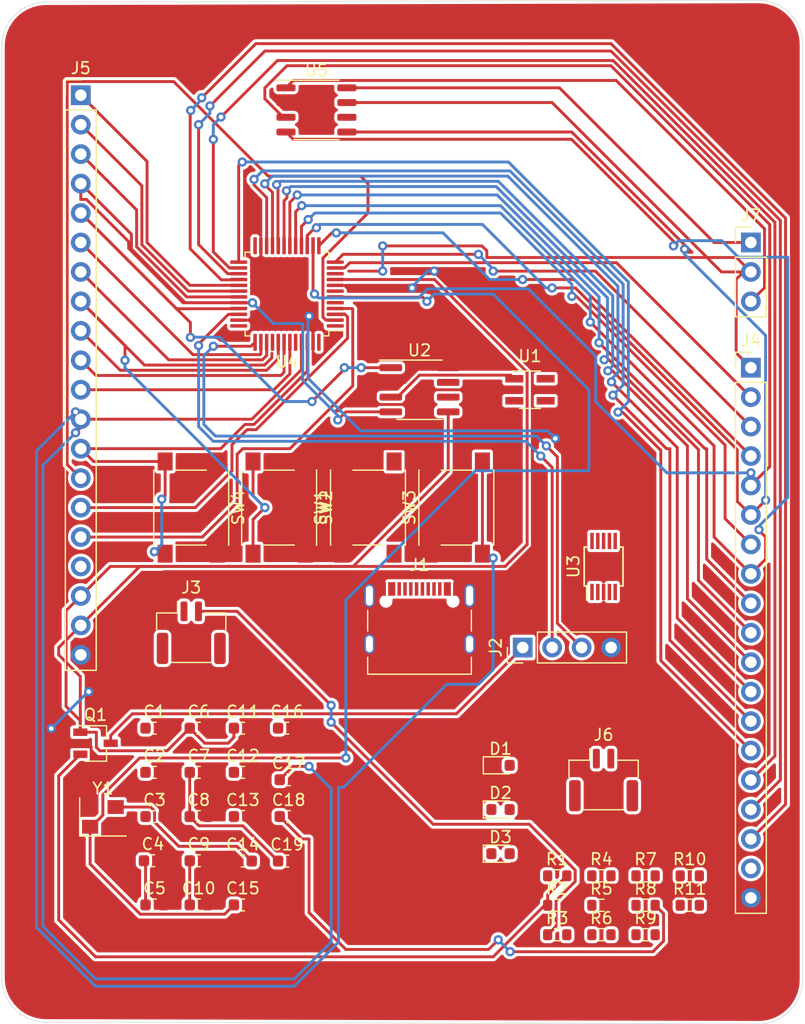
<source format=kicad_pcb>
(kicad_pcb (version 20211014) (generator pcbnew)
  (layers (0 "F.Cu" signal) (31 "B.Cu" signal) (34 "B.Paste" user) (35 "F.Paste" user) (36 "B.SilkS" user "B.Silkscreen") (37 "F.SilkS" user "F.Silkscreen") (38 "B.Mask" user) (39 "F.Mask" user) (44 "Edge.Cuts" user))
  (net 0 "")
  (net 1 "VBUS")
  (net 2 "GND")
  (net 3 "+3V3")
  (net 4 "/STM32_MinimumSystem/NRST")
  (net 5 "/STM32_MinimumSystem/OSC_IN")
  (net 6 "/STM32_MinimumSystem/OSC_OUT")
  (net 7 "/STM32_MinimumSystem/PB4")
  (net 8 "/STM32_MinimumSystem/PB8")
  (net 9 "/STM32_MinimumSystem/PB9")
  (net 10 "Net-(D1-Pad2)")
  (net 11 "/STM32_MinimumSystem/PA15")
  (net 12 "Net-(D2-Pad2)")
  (net 13 "/STM32_MinimumSystem/PB3")
  (net 14 "Net-(D3-Pad2)")
  (net 16 "/Port&Power/D+")
  (net 17 "/Port&Power/D-")
  (net 21 "/Port&Power/3V3_Debug")
  (net 22 "/STM32_MinimumSystem/PA13")
  (net 23 "/STM32_MinimumSystem/PA14")
  (net 24 "Net-(J3-Pad1)")
  (net 25 "Net-(J3-Pad2)")
  (net 26 "/STM32_MinimumSystem/PA0")
  (net 27 "/STM32_MinimumSystem/PA1")
  (net 28 "/STM32_MinimumSystem/PA2")
  (net 29 "/STM32_MinimumSystem/PA3")
  (net 30 "/STM32_MinimumSystem/PA4")
  (net 31 "/STM32_MinimumSystem/PA5")
  (net 32 "/STM32_MinimumSystem/PA6")
  (net 33 "/STM32_MinimumSystem/PA7")
  (net 34 "/STM32_MinimumSystem/PB0")
  (net 35 "/STM32_MinimumSystem/PB1")
  (net 36 "/STM32_MinimumSystem/PB2")
  (net 37 "/STM32_MinimumSystem/PB10")
  (net 38 "/STM32_MinimumSystem/PB11")
  (net 39 "/STM32_MinimumSystem/PB12")
  (net 40 "/STM32_MinimumSystem/PB13")
  (net 41 "/STM32_MinimumSystem/PB14")
  (net 42 "/STM32_MinimumSystem/PB15")
  (net 43 "/STM32_MinimumSystem/PA8")
  (net 44 "/STM32_MinimumSystem/PA9")
  (net 45 "/STM32_MinimumSystem/PA10")
  (net 46 "/STM32_MinimumSystem/PA11")
  (net 47 "/STM32_MinimumSystem/PA12")
  (net 48 "/STM32_MinimumSystem/PB5")
  (net 49 "/STM32_MinimumSystem/PB6")
  (net 50 "/STM32_MinimumSystem/PB7")
  (net 51 "/STM32_MinimumSystem/PC13")
  (net 52 "/STM32_MinimumSystem/PC14")
  (net 53 "/STM32_MinimumSystem/PC15")
  (net 54 "/STM32_MinimumSystem/BOOT0")
  (net 55 "/STM32_MinimumSystem/BOOTO")
  (net 56 "Net-(J7-Pad1)")
  (net 57 "Net-(J7-Pad3)")
  (net 58 "Net-(Q1-Pad2)")
  (footprint "Resistor_SMD:R_0603_1608Metric" (layer "F.Cu") (at 116.631269 114.863731)
    (fp_text reference "R5")
    (fp_text value "10k")
  )
  (footprint "Capacitor_SMD:C_0603_1608Metric" (layer "F.Cu") (at 77.956269 111.023731)
    (fp_text reference "C4")
    (fp_text value "100n")
  )
  (footprint "Button_Switch_SMD:SW_Push_1P1T_NO_6x6mm_H9.5mm" (layer "F.Cu") (at 81.261269 80.573731 -90)
    (fp_text reference "SW4")
    (fp_text value "SW_Push")
  )
  (footprint "Resistor_SMD:R_0603_1608Metric" (layer "F.Cu") (at 112.821269 112.323731)
    (fp_text reference "R1")
    (fp_text value "1k")
  )
  (footprint "Connector_PinHeader_2.54mm:PinHeader_1x19_P2.54mm_Vertical" (layer "F.Cu") (at 129.521269 68.508731)
    (fp_text reference "J4")
    (fp_text value "Conn_01x19")
  )
  (footprint "Resistor_SMD:R_0603_1608Metric" (layer "F.Cu") (at 116.631269 112.323731)
    (fp_text reference "R4")
    (fp_text value "10k")
  )
  (footprint "Resistor_SMD:R_0603_1608Metric" (layer "F.Cu") (at 124.251269 114.863731)
    (fp_text reference "R11")
    (fp_text value "1k")
  )
  (footprint "Capacitor_SMD:C_0603_1608Metric" (layer "F.Cu") (at 89.526269 111.053731)
    (fp_text reference "C19")
    (fp_text value "100n")
  )
  (footprint "Connector_PinHeader_2.54mm:PinHeader_1x04_P2.54mm_Vertical" (layer "F.Cu") (at 109.846269 92.638731 90)
    (fp_text reference "J2")
    (fp_text value "Conn_01x04")
  )
  (footprint "LED_SMD:LED_0603_1608Metric" (layer "F.Cu") (at 107.931269 102.798731)
    (fp_text reference "D1")
    (fp_text value "RED")
  )
  (footprint "Capacitor_SMD:C_0603_1608Metric" (layer "F.Cu") (at 89.526269 99.593731)
    (fp_text reference "C16")
    (fp_text value "100n")
  )
  (footprint "Capacitor_SMD:C_0603_1608Metric" (layer "F.Cu") (at 78.096269 107.213731)
    (fp_text reference "C3")
    (fp_text value "10u")
  )
  (footprint "Package_SO:SOP-8_3.9x4.9mm_P1.27mm" (layer "F.Cu") (at 92.056269 46.283731)
    (fp_text reference "U5")
    (fp_text value "AD8400ARZ50")
  )
  (footprint "Resistor_SMD:R_0603_1608Metric" (layer "F.Cu") (at 120.441269 117.403731)
    (fp_text reference "R9")
    (fp_text value "1k")
  )
  (footprint "LED_SMD:LED_0603_1608Metric" (layer "F.Cu") (at 107.931269 106.608731)
    (fp_text reference "D2")
    (fp_text value "GREEN")
  )
  (footprint "Capacitor_SMD:C_0603_1608Metric" (layer "F.Cu") (at 89.666269 104.038731)
    (fp_text reference "C17")
    (fp_text value "100n")
  )
  (footprint "Capacitor_SMD:C_0603_1608Metric" (layer "F.Cu") (at 78.096269 99.593731)
    (fp_text reference "C1")
    (fp_text value "10u")
  )
  (footprint "Capacitor_SMD:C_0603_1608Metric" (layer "F.Cu") (at 81.906269 99.593731)
    (fp_text reference "C6")
    (fp_text value "100n")
  )
  (footprint "Capacitor_SMD:C_0603_1608Metric" (layer "F.Cu") (at 85.716269 114.833731)
    (fp_text reference "C15")
    (fp_text value "18p")
  )
  (footprint "Package_TO_SOT_SMD:SOT-23-5_HandSoldering" (layer "F.Cu") (at 110.471269 70.413731)
    (fp_text reference "U1")
    (fp_text value "HX9193")
  )
  (footprint "Resistor_SMD:R_0603_1608Metric" (layer "F.Cu") (at 120.441269 114.863731)
    (fp_text reference "R8")
    (fp_text value "1k")
  )
  (footprint "Capacitor_SMD:C_0603_1608Metric" (layer "F.Cu") (at 89.666269 107.213731)
    (fp_text reference "C18")
    (fp_text value "100n")
  )
  (footprint "Capacitor_SMD:C_0603_1608Metric" (layer "F.Cu") (at 81.906269 107.213731)
    (fp_text reference "C8")
    (fp_text value "100n")
  )
  (footprint "Package_TO_SOT_SMD:TSOT-23" (layer "F.Cu") (at 73.006269 100.893731)
    (fp_text reference "Q1")
    (fp_text value "Q_PMOS_DGS")
  )
  (footprint "Capacitor_SMD:C_0603_1608Metric" (layer "F.Cu") (at 78.096269 103.403731)
    (fp_text reference "C2")
    (fp_text value "100n")
  )
  (footprint "LED_SMD:LED_0603_1608Metric" (layer "F.Cu") (at 107.931269 110.418731)
    (fp_text reference "D3")
    (fp_text value "BLUE")
  )
  (footprint "Connector_JST:JST_GH_SM02B-GHS-TB_1x02-1MP_P1.25mm_Horizontal" (layer "F.Cu") (at 116.821269 104.068731)
    (fp_text reference "J6")
    (fp_text value "Conn_01x02")
  )
  (footprint "Capacitor_SMD:C_0603_1608Metric" (layer "F.Cu") (at 78.096269 114.833731)
    (fp_text reference "C5")
    (fp_text value "100n")
  )
  (footprint "Capacitor_SMD:C_0603_1608Metric" (layer "F.Cu") (at 85.716269 107.213731)
    (fp_text reference "C13")
    (fp_text value "100n")
  )
  (footprint "Capacitor_SMD:C_0603_1608Metric" (layer "F.Cu") (at 85.716269 99.593731)
    (fp_text reference "C11")
    (fp_text value "100n")
  )
  (footprint "Resistor_SMD:R_0603_1608Metric" (layer "F.Cu") (at 124.251269 112.323731)
    (fp_text reference "R10")
    (fp_text value "1k")
  )
  (footprint "Package_QFP:LQFP-48_7x7mm_P0.5mm" (layer "F.Cu") (at 89.516269 62.158731 180)
    (fp_text reference "U4")
    (fp_text value "STM32F103C8Tx")
  )
  (footprint "Capacitor_SMD:C_0603_1608Metric" (layer "F.Cu") (at 85.716269 103.403731)
    (fp_text reference "C12")
    (fp_text value "100n")
  )
  (footprint "Connector_USB:USB_C_Receptacle_Palconn_UTC16-G" (layer "F.Cu") (at 100.946269 90.098731)
    (fp_text reference "J1")
    (fp_text value "USB_C_Receptacle_USB2.0")
  )
  (footprint "Package_SO:SOIC-8_3.9x4.9mm_P1.27mm" (layer "F.Cu") (at 100.946269 70.413731)
    (fp_text reference "U2")
    (fp_text value "TJA1051T-3")
  )
  (footprint "Crystal:Crystal_SMD_3225-4Pin_3.2x2.5mm" (layer "F.Cu") (at 73.641269 107.243731)
    (fp_text reference "Y1")
    (fp_text value "12M")
  )
  (footprint "Button_Switch_SMD:SW_Push_1P1T_NO_6x6mm_H9.5mm" (layer "F.Cu") (at 96.501269 80.573731 90)
    (fp_text reference "SW1")
    (fp_text value "SW_Push")
  )
  (footprint "Package_SO:MSOP-10_3x3mm_P0.5mm" (layer "F.Cu") (at 116.821269 85.653731 90)
    (fp_text reference "U3")
    (fp_text value "CH340E")
  )
  (footprint "Resistor_SMD:R_0603_1608Metric" (layer "F.Cu") (at 112.821269 117.403731)
    (fp_text reference "R3")
    (fp_text value "120")
  )
  (footprint "Capacitor_SMD:C_0603_1608Metric" (layer "F.Cu") (at 81.906269 111.023731)
    (fp_text reference "C9")
    (fp_text value "100n")
  )
  (footprint "Connector_PinHeader_2.54mm:PinHeader_1x20_P2.54mm_Vertical" (layer "F.Cu") (at 71.736269 45.013731)
    (fp_text reference "J5")
    (fp_text value "Conn_01x20")
  )
  (footprint "Capacitor_SMD:C_0603_1608Metric" (layer "F.Cu") (at 85.706269 111.053731)
    (fp_text reference "C14")
    (fp_text value "18p")
  )
  (footprint "Button_Switch_SMD:SW_Push_1P1T_NO_6x6mm_H9.5mm" (layer "F.Cu") (at 104.121269 80.573731 90)
    (fp_text reference "SW3")
    (fp_text value "SW_Push")
  )
  (footprint "Capacitor_SMD:C_0603_1608Metric" (layer "F.Cu") (at 81.906269 103.403731)
    (fp_text reference "C7")
    (fp_text value "100n")
  )
  (footprint "Resistor_SMD:R_0603_1608Metric" (layer "F.Cu") (at 116.631269 117.403731)
    (fp_text reference "R6")
    (fp_text value "1k")
  )
  (footprint "Resistor_SMD:R_0603_1608Metric" (layer "F.Cu") (at 112.821269 114.863731)
    (fp_text reference "R2")
    (fp_text value "10k")
  )
  (footprint "Capacitor_SMD:C_0603_1608Metric" (layer "F.Cu") (at 81.906269 114.833731)
    (fp_text reference "C10")
    (fp_text value "100n")
  )
  (footprint "Button_Switch_SMD:SW_Push_1P1T_NO_6x6mm_H9.5mm" (layer "F.Cu") (at 88.841269 80.573731 -90)
    (fp_text reference "SW2")
    (fp_text value "SW_Push")
  )
  (footprint "Connector_PinHeader_2.54mm:PinHeader_1x03_P2.54mm_Vertical" (layer "F.Cu") (at 129.521269 57.713731)
    (fp_text reference "J7")
    (fp_text value "Conn_01x03")
  )
  (footprint "Connector_JST:JST_GH_SM02B-GHS-TB_1x02-1MP_P1.25mm_Horizontal" (layer "F.Cu") (at 81.261269 91.368731)
    (fp_text reference "J3")
    (fp_text value "Conn_01x02")
  )
  (footprint "Resistor_SMD:R_0603_1608Metric" (layer "F.Cu") (at 120.441269 112.323731)
    (fp_text reference "R7")
    (fp_text value "1k")
  )
  (gr_line (start 68.734077 36.984077) (end 130.175 36.83) (layer "Edge.Cuts") (width 0.05))
  (gr_arc (start 68.734077 124.940923) (mid 66.04 123.825) (end 64.924077 121.130923) (layer "Edge.Cuts") (width 0.05))
  (gr_arc (start 133.985 121.285) (mid 132.869077 123.979077) (end 130.175 125.095) (layer "Edge.Cuts") (width 0.05))
  (gr_line (start 130.175 125.095) (end 68.734077 124.940923) (layer "Edge.Cuts") (width 0.05))
  (gr_line (start 64.924077 40.794077) (end 64.924077 121.130923) (layer "Edge.Cuts") (width 0.05))
  (gr_arc (start 130.175 36.83) (mid 132.869077 37.945923) (end 133.985 40.64) (layer "Edge.Cuts") (width 0.05))
  (gr_line (start 133.985 40.64) (end 133.985 121.285) (layer "Edge.Cuts") (width 0.05))
  (gr_arc (start 64.924077 40.794077) (mid 66.04 38.1) (end 68.734077 36.984077) (layer "Edge.Cuts") (width 0.05))
  (segment (start 77.321269 114.833731) (end 77.321269 111.163731) (width 0.25) (layer "F.Cu") (net 1))
  (segment (start 109.121269 69.463731) (end 108.811269 69.153731) (width 0.25) (layer "F.Cu") (net 1))
  (segment (start 100.936269 69.153731) (end 99.041269 71.048731) (width 0.25) (layer "F.Cu") (net 1))
  (segment (start 108.811269 69.153731) (end 100.936269 69.153731) (width 0.25) (layer "F.Cu") (net 1))
  (segment (start 77.321269 111.163731) (end 77.181269 111.023731) (width 0.25) (layer "F.Cu") (net 1))
  (segment (start 72.631269 101.193731) (end 70.766269 101.193731) (width 0.25) (layer "F.Cu") (net 2))
  (segment (start 113.646269 114.863731) (end 115.386269 113.123731) (width 0.25) (layer "F.Cu") (net 2))
  (segment (start 69.831269 100.258731) (end 69.196269 99.623731) (width 0.25) (layer "F.Cu") (net 2))
  (segment (start 114.286967 91.363033) (end 113.286269 90.362335) (width 0.25) (layer "F.Cu") (net 2))
  (segment (start 97.136269 69.778731) (end 98.471269 69.778731) (width 0.25) (layer "F.Cu") (net 2))
  (segment (start 128.416269 113.123731) (end 129.521269 114.228731) (width 0.25) (layer "F.Cu") (net 2))
  (segment (start 122.772538 114.3) (end 121.92 114.3) (width 0.25) (layer "F.Cu") (net 2))
  (segment (start 110.676269 68.712335) (end 102.534467 60.570533) (width 0.25) (layer "F.Cu") (net 2))
  (segment (start 98.471269 69.778731) (end 99.674873 69.778731) (width 0.25) (layer "F.Cu") (net 2))
  (segment (start 102.216269 60.252335) (end 102.216269 60.184231) (width 0.25) (layer "F.Cu") (net 2))
  (segment (start 117.466269 92.638731) (end 116.190571 91.363033) (width 0.25) (layer "F.Cu") (net 2))
  (segment (start 91.091269 76.598731) (end 91.091269 84.548731) (width 0.25) (layer "F.Cu") (net 2))
  (segment (start 99.674873 69.778731) (end 100.944873 68.508731) (width 0.25) (layer "F.Cu") (net 2))
  (segment (start 100.311269 61.633231) (end 94.706454 61.633231) (width 0.25) (layer "F.Cu") (net 2))
  (segment (start 78.911269 86.098731) (end 108.514366 86.098731) (width 0.25) (layer "F.Cu") (net 2))
  (segment (start 125.73 114.3) (end 125.493731 114.063731) (width 0.25) (layer "F.Cu") (net 2))
  (segment (start 74.741269 108.093731) (end 75.801269 108.093731) (width 0.25) (layer "F.Cu") (net 2))
  (segment (start 109.121269 70.413731) (end 100.75302 70.413731) (width 0.25) (layer "F.Cu") (net 2))
  (segment (start 115.386269 113.123731) (end 128.416269 113.123731) (width 0.25) (layer "F.Cu") (net 2))
  (segment (start 72.420769 96.448731) (end 72.420769 93.958231) (width 0.25) (layer "F.Cu") (net 2))
  (segment (start 91.421269 64.063731) (end 91.766269 64.408731) (width 0.25) (layer "F.Cu") (net 2))
  (segment (start 91.766269 64.408731) (end 91.766269 66.321231) (width 0.25) (layer "F.Cu") (net 2))
  (segment (start 70.766269 101.193731) (end 69.831269 100.258731) (width 0.25) (layer "F.Cu") (net 2))
  (segment (start 75.801269 108.093731) (end 78.731269 111.023731) (width 0.25) (layer "F.Cu") (net 2))
  (segment (start 113.286269 75.248265) (end 112.654338 74.616334) (width 0.25) (layer "F.Cu") (net 2))
  (segment (start 125.493731 114.063731) (end 123.008807 114.063731) (width 0.25) (layer "F.Cu") (net 2))
  (segment (start 113.286269 90.362335) (end 113.286269 76.128731) (width 0.25) (layer "F.Cu") (net 2))
  (segment (start 97.459518 71.683731) (end 97.136269 71.360482) (width 0.25) (layer "F.Cu") (net 2))
  (segment (start 100.75302 70.413731) (end 99.48302 71.683731) (width 0.25) (layer "F.Cu") (net 2))
  (segment (start 107.143769 102.798731) (end 113.565038 109.22) (width 0.25) (layer "F.Cu") (net 2))
  (segment (start 121.683731 114.063731) (end 118.256269 114.063731) (width 0.25) (layer "F.Cu") (net 2))
  (segment (start 72.631269 106.303731) (end 72.631269 101.193731) (width 0.25) (layer "F.Cu") (net 2))
  (segment (start 123.008807 114.063731) (end 122.772538 114.3) (width 0.25) (layer "F.Cu") (net 2))
  (segment (start 118.256269 114.063731) (end 117.456269 114.863731) (width 0.25) (layer "F.Cu") (net 2))
  (segment (start 121.92 114.3) (end 121.683731 114.063731) (width 0.25) (layer "F.Cu") (net 2))
  (segment (start 116.190571 91.363033) (end 114.286967 91.363033) (width 0.25) (layer "F.Cu") (net 2))
  (segment (start 86.491269 103.403731) (end 86.491269 107.213731) (width 0.25) (layer "F.Cu") (net 2))
  (segment (start 102.534467 60.570533) (end 102.216269 60.252335) (width 0.25) (layer "F.Cu") (net 2))
  (segment (start 94.706454 61.633231) (end 94.506954 61.433731) (width 0.25) (layer "F.Cu") (net 2))
  (segment (start 125.095 109.22) (end 125.095 109.802462) (width 0.25) (layer "F.Cu") (net 2))
  (segment (start 113.286269 76.128731) (end 113.286269 75.248265) (width 0.25) (layer "F.Cu") (net 2))
  (segment (start 91.091269 76.598731) (end 94.251269 76.598731) (width 0.25) (layer "F.Cu") (net 2))
  (segment (start 99.48302 71.683731) (end 97.459518 71.683731) (width 0.25) (layer "F.Cu") (net 2))
  (segment (start 100.771269 75.498731) (end 101.871269 76.598731) (width 0.25) (layer "F.Cu") (net 2))
  (segment (start 110.676269 83.936828) (end 110.676269 68.712335) (width 0.25) (layer "F.Cu") (net 2))
  (segment (start 113.565038 109.22) (end 125.095 109.22) (width 0.25) (layer "F.Cu") (net 2))
  (segment (start 72.420769 93.958231) (end 71.736269 93.273731) (width 0.25) (layer "F.Cu") (net 2))
  (segment (start 94.251269 76.598731) (end 94.251269 84.548731) (width 0.25) (layer "F.Cu") (net 2))
  (segment (start 71.736269 93.273731) (end 78.911269 86.098731) (width 0.25) (layer "F.Cu") (net 2))
  (segment (start 94.251269 76.598731) (end 95.351269 75.498731) (width 0.25) (layer "F.Cu") (net 2))
  (segment (start 129.45 114.3) (end 125.73 114.3) (width 0.25) (layer "F.Cu") (net 2))
  (segment (start 129.521269 114.228731) (end 129.45 114.3) (width 0.25) (layer "F.Cu") (net 2))
  (segment (start 125.095 109.802462) (end 129.521269 114.228731) (width 0.25) (layer "F.Cu") (net 2))
  (segment (start 100.944873 68.508731) (end 103.421269 68.508731) (width 0.25) (layer "F.Cu") (net 2))
  (segment (start 97.136269 71.360482) (end 97.136269 69.778731) (width 0.25) (layer "F.Cu") (net 2))
  (segment (start 95.351269 75.498731) (end 100.771269 75.498731) (width 0.25) (layer "F.Cu") (net 2))
  (segment (start 108.514366 86.098731) (end 110.676269 83.936828) (width 0.25) (layer "F.Cu") (net 2))
  (segment (start 72.541269 106.393731) (end 72.631269 106.303731) (width 0.25) (layer "F.Cu") (net 2))
  (via (at 91.421269 64.063731) (size 0.8) (drill 0.4) (layers "F.Cu" "B.Cu") (net 2))
  (via (at 100.311269 61.633231) (size 0.8) (drill 0.4) (layers "F.Cu" "B.Cu") (net 2))
  (via (at 72.420769 96.448731) (size 0.8) (drill 0.4) (layers "F.Cu" "B.Cu") (net 2))
  (via (at 102.216269 60.184231) (size 0.8) (drill 0.4) (layers "F.Cu" "B.Cu") (net 2))
  (via (at 112.654338 74.616334) (size 0.8) (drill 0.4) (layers "F.Cu" "B.Cu") (net 2))
  (via (at 69.196269 99.623731) (size 0.8) (drill 0.4) (layers "F.Cu" "B.Cu") (net 2))
  (segment (start 72.371269 96.448731) (end 72.420769 96.448731) (width 0.25) (layer "B.Cu") (net 2))
  (segment (start 102.216269 60.184231) (end 101.650769 60.184231) (width 0.25) (layer "B.Cu") (net 2))
  (segment (start 91.421269 64.063731) (end 91.327576 64.157424) (width 0.25) (layer "B.Cu") (net 2))
  (segment (start 100.311269 61.523731) (end 100.311269 61.633231) (width 0.25) (layer "B.Cu") (net 2))
  (segment (start 69.196269 99.623731) (end 72.371269 96.448731) (width 0.25) (layer "B.Cu") (net 2))
  (segment (start 91.327576 64.157424) (end 91.327576 69.420038) (width 0.25) (layer "B.Cu") (net 2))
  (segment (start 111.996735 73.958731) (end 112.654338 74.616334) (width 0.25) (layer "B.Cu") (net 2))
  (segment (start 91.327576 69.420038) (end 95.866269 73.958731) (width 0.25) (layer "B.Cu") (net 2))
  (segment (start 101.650769 60.184231) (end 100.311269 61.523731) (width 0.25) (layer "B.Cu") (net 2))
  (segment (start 95.866269 73.958731) (end 111.996735 73.958731) (width 0.25) (layer "B.Cu") (net 2))
  (segment (start 69.831269 93.273731) (end 69.831269 92.638731) (width 0.25) (layer "F.Cu") (net 3))
  (segment (start 73.381269 101.543731) (end 79.181269 101.543731) (width 0.25) (layer "F.Cu") (net 3))
  (segment (start 73.081269 101.243731) (end 73.381269 101.543731) (width 0.25) (layer "F.Cu") (net 3))
  (segment (start 110.226269 68.898731) (end 102.236269 60.908731) (width 0.25) (layer "F.Cu") (net 3))
  (segment (start 81.131269 114.833731) (end 81.131269 111.023731) (width 0.25) (layer "F.Cu") (net 3))
  (segment (start 82.431269 100.893731) (end 84.436269 100.893731) (width 0.25) (layer "F.Cu") (net 3))
  (segment (start 84.436269 100.893731) (end 84.941269 100.388731) (width 0.25) (layer "F.Cu") (net 3))
  (segment (start 102.236269 60.908731) (end 93.678769 60.908731) (width 0.25) (layer "F.Cu") (net 3))
  (segment (start 71.736269 88.193731) (end 74.281269 85.648731) (width 0.25) (layer "F.Cu") (net 3))
  (segment (start 95.226269 85.648731) (end 103.421269 77.453731) (width 0.25) (layer "F.Cu") (net 3))
  (segment (start 81.131269 103.403731) (end 81.131269 107.213731) (width 0.25) (layer "F.Cu") (net 3))
  (segment (start 84.941269 100.388731) (end 84.941269 99.593731) (width 0.25) (layer "F.Cu") (net 3))
  (segment (start 88.751269 111.053731) (end 85.711269 108.013731) (width 0.25) (layer "F.Cu") (net 3))
  (segment (start 110.226269 83.750432) (end 110.226269 68.898731) (width 0.25) (layer "F.Cu") (net 3))
  (segment (start 81.131269 99.593731) (end 82.431269 100.893731) (width 0.25) (layer "F.Cu") (net 3))
  (segment (start 69.831269 92.638731) (end 71.736269 90.733731) (width 0.25) (layer "F.Cu") (net 3))
  (segment (start 76.821269 85.648731) (end 108.32797 85.648731) (width 0.25) (layer "F.Cu") (net 3))
  (segment (start 71.696269 99.943731) (end 71.696269 95.138731) (width 0.25) (layer "F.Cu") (net 3))
  (segment (start 71.696269 95.138731) (end 69.831269 93.273731) (width 0.25) (layer "F.Cu") (net 3))
  (segment (start 73.081269 99.943731) (end 73.081269 101.243731) (width 0.25) (layer "F.Cu") (net 3))
  (segment (start 70.466269 97.718731) (end 71.696269 98.948731) (width 0.25) (layer "F.Cu") (net 3))
  (segment (start 71.696269 98.948731) (end 71.696269 99.943731) (width 0.25) (layer "F.Cu") (net 3))
  (segment (start 81.931269 108.013731) (end 81.131269 107.213731) (width 0.25) (layer "F.Cu") (net 3))
  (segment (start 71.736269 90.733731) (end 76.821269 85.648731) (width 0.25) (layer "F.Cu") (net 3))
  (segment (start 79.181269 101.543731) (end 81.131269 99.593731) (width 0.25) (layer "F.Cu") (net 3))
  (segment (start 71.696269 99.943731) (end 73.081269 99.943731) (width 0.25) (layer "F.Cu") (net 3))
  (segment (start 103.421269 77.453731) (end 103.421269 72.318731) (width 0.25) (layer "F.Cu") (net 3))
  (segment (start 70.466269 89.463731) (end 70.466269 97.718731) (width 0.25) (layer "F.Cu") (net 3))
  (segment (start 85.711269 108.013731) (end 81.931269 108.013731) (width 0.25) (layer "F.Cu") (net 3))
  (segment (start 108.32797 85.648731) (end 110.226269 83.750432) (width 0.25) (layer "F.Cu") (net 3))
  (segment (start 74.281269 85.648731) (end 95.226269 85.648731) (width 0.25) (layer "F.Cu") (net 3))
  (segment (start 71.736269 88.193731) (end 70.466269 89.463731) (width 0.25) (layer "F.Cu") (net 3))
  (segment (start 74.741269 106.393731) (end 77.754086 106.393731) (width 0.25) (layer "F.Cu") (net 5))
  (segment (start 80.188452 109.783731) (end 85.211269 109.783731) (width 0.25) (layer "F.Cu") (net 5))
  (segment (start 78.096269 107.691548) (end 80.188452 109.783731) (width 0.25) (layer "F.Cu") (net 5))
  (segment (start 85.211269 109.783731) (end 86.481269 111.053731) (width 0.25) (layer "F.Cu") (net 5))
  (segment (start 77.754086 106.393731) (end 78.096269 106.735914) (width 0.25) (layer "F.Cu") (net 5))
  (segment (start 78.096269 106.735914) (end 78.096269 107.691548) (width 0.25) (layer "F.Cu") (net 5))
  (segment (start 76.816269 102.163731) (end 93.326269 102.163731) (width 0.25) (layer "F.Cu") (net 6))
  (segment (start 101.581269 62.793731) (end 101.221269 62.433731) (width 0.25) (layer "F.Cu") (net 6))
  (segment (start 73.641269 105.338731) (end 76.816269 102.163731) (width 0.25) (layer "F.Cu") (net 6))
  (segment (start 93.326269 102.163731) (end 94.596269 102.163731) (width 0.25) (layer "F.Cu") (net 6))
  (segment (start 73.641269 107.093731) (end 73.641269 105.338731) (width 0.25) (layer "F.Cu") (net 6))
  (segment (start 72.541269 108.093731) (end 72.641269 108.093731) (width 0.25) (layer "F.Cu") (net 6))
  (segment (start 101.221269 62.433731) (end 93.961269 62.433731) (width 0.25) (layer "F.Cu") (net 6))
  (segment (start 72.541269 111.306548) (end 72.541269 108.093731) (width 0.25) (layer "F.Cu") (net 6))
  (segment (start 72.641269 108.093731) (end 73.641269 107.093731) (width 0.25) (layer "F.Cu") (net 6))
  (segment (start 84.141269 115.633731) (end 76.868452 115.633731) (width 0.25) (layer "F.Cu") (net 6))
  (segment (start 76.868452 115.633731) (end 72.541269 111.306548) (width 0.25) (layer "F.Cu") (net 6))
  (segment (start 84.941269 114.833731) (end 84.141269 115.633731) (width 0.25) (layer "F.Cu") (net 6))
  (via (at 94.596269 102.163731) (size 0.8) (drill 0.4) (layers "F.Cu" "B.Cu") (net 6))
  (via (at 101.581269 62.793731) (size 0.8) (drill 0.4) (layers "F.Cu" "B.Cu") (net 6))
  (segment (start 105.750253 77.398731) (end 115.551269 77.398731) (width 0.25) (layer "B.Cu") (net 6))
  (segment (start 115.551269 70.413731) (end 107.296269 62.158731) (width 0.25) (layer "B.Cu") (net 6))
  (segment (start 102.216269 62.158731) (end 101.581269 62.793731) (width 0.25) (layer "B.Cu") (net 6))
  (segment (start 94.596269 88.552715) (end 105.750253 77.398731) (width 0.25) (layer "B.Cu") (net 6))
  (segment (start 107.296269 62.158731) (end 102.216269 62.158731) (width 0.25) (layer "B.Cu") (net 6))
  (segment (start 115.551269 77.398731) (end 115.551269 70.413731) (width 0.25) (layer "B.Cu") (net 6))
  (segment (start 94.596269 102.163731) (end 94.596269 88.552715) (width 0.25) (layer "B.Cu") (net 6))
  (segment (start 71.736269 62.793731) (end 75.546269 66.603731) (width 0.25) (layer "F.Cu") (net 7))
  (segment (start 88.216269 67.647208) (end 88.216269 67.274416) (width 0.25) (layer "F.Cu") (net 7))
  (segment (start 86.591269 81.593731) (end 86.591269 84.548731) (width 0.25) (layer "F.Cu") (net 7))
  (segment (start 87.611269 80.573731) (end 86.591269 81.593731) (width 0.25) (layer "F.Cu") (net 7))
  (segment (start 71.736269 62.793731) (end 77.226269 68.283731) (width 0.25) (layer "F.Cu") (net 7))
  (segment (start 87.579746 68.283731) (end 88.216269 67.647208) (width 0.25) (layer "F.Cu") (net 7))
  (segment (start 86.591269 79.553731) (end 86.591269 76.598731) (width 0.25) (layer "F.Cu") (net 7))
  (segment (start 77.226269 68.283731) (end 87.579746 68.283731) (width 0.25) (layer "F.Cu") (net 7))
  (segment (start 75.546269 66.603731) (end 75.546269 67.873731) (width 0.25) (layer "F.Cu") (net 7))
  (segment (start 87.611269 80.573731) (end 86.591269 79.553731) (width 0.25) (layer "F.Cu") (net 7))
  (via (at 75.546269 67.873731) (size 0.8) (drill 0.4) (layers "F.Cu" "B.Cu") (net 7))
  (via (at 87.611269 80.573731) (size 0.8) (drill 0.4) (layers "F.Cu" "B.Cu") (net 7))
  (segment (start 75.546269 67.873731) (end 75.546269 68.508731) (width 0.25) (layer "B.Cu") (net 7))
  (segment (start 75.546269 68.508731) (end 87.611269 80.573731) (width 0.25) (layer "B.Cu") (net 7))
  (segment (start 71.736269 72.953731) (end 86.489061 72.953731) (width 0.25) (layer "F.Cu") (net 8))
  (segment (start 107.296269 84.924231) (end 106.746769 84.924231) (width 0.25) (layer "F.Cu") (net 8))
  (segment (start 106.746769 84.924231) (end 106.371269 84.548731) (width 0.25) (layer "F.Cu") (net 8))
  (segment (start 90.766269 68.676523) (end 90.766269 66.321231) (width 0.25) (layer "F.Cu") (net 8))
  (segment (start 71.736269 73.665513) (end 71.285769 74.116013) (width 0.25) (layer "F.Cu") (net 8))
  (segment (start 91.421269 102.888231) (end 90.041769 102.888231) (width 0.25) (layer "F.Cu") (net 8))
  (segment (start 71.736269 72.953731) (end 71.736269 72.769231) (width 0.25) (layer "F.Cu") (net 8))
  (segment (start 106.371269 76.598731) (end 106.371269 84.548731) (width 0.25) (layer "F.Cu") (net 8))
  (segment (start 71.736269 72.953731) (end 71.736269 73.665513) (width 0.25) (layer "F.Cu") (net 8))
  (segment (start 90.041769 102.888231) (end 88.891269 104.038731) (width 0.25) (layer "F.Cu") (net 8))
  (segment (start 71.736269 72.769231) (end 71.285769 72.318731) (width 0.25) (layer "F.Cu") (net 8))
  (segment (start 86.489061 72.953731) (end 90.766269 68.676523) (width 0.25) (layer "F.Cu") (net 8))
  (via (at 107.296269 84.924231) (size 0.8) (drill 0.4) (layers "F.Cu" "B.Cu") (net 8))
  (via (at 71.285769 72.318731) (size 0.8) (drill 0.4) (layers "F.Cu" "B.Cu") (net 8))
  (via (at 91.421269 102.888231) (size 0.8) (drill 0.4) (layers "F.Cu" "B.Cu") (net 8))
  (via (at 71.285769 74.116013) (size 0.8) (drill 0.4) (layers "F.Cu" "B.Cu") (net 8))
  (segment (start 106.026269 95.813731) (end 106.661269 95.178731) (width 0.25) (layer "B.Cu") (net 8))
  (segment (start 90.151269 121.848731) (end 93.961269 118.038731) (width 0.25) (layer "B.Cu") (net 8))
  (segment (start 107.296269 94.543731) (end 107.296269 85.018731) (width 0.25) (layer "B.Cu") (net 8))
  (segment (start 71.285769 74.116013) (end 68.471269 76.930513) (width 0.25) (layer "B.Cu") (net 8))
  (segment (start 106.661269 95.178731) (end 107.296269 94.543731) (width 0.25) (layer "B.Cu") (net 8))
  (segment (start 90.151269 121.213731) (end 93.326269 118.038731) (width 0.25) (layer "B.Cu") (net 8))
  (segment (start 104.756269 95.813731) (end 106.026269 95.813731) (width 0.25) (layer "B.Cu") (net 8))
  (segment (start 73.006269 121.213731) (end 90.151269 121.213731) (width 0.25) (layer "B.Cu") (net 8))
  (segment (start 93.961269 104.703731) (end 94.397285 104.703731) (width 0.25) (layer "B.Cu") (net 8))
  (segment (start 103.287285 95.813731) (end 104.756269 95.813731) (width 0.25) (layer "B.Cu") (net 8))
  (segment (start 71.285769 72.318731) (end 67.926269 75.678231) (width 0.25) (layer "B.Cu") (net 8))
  (segment (start 94.397285 104.703731) (end 103.287285 95.813731) (width 0.25) (layer "B.Cu") (net 8))
  (segment (start 93.961269 118.038731) (end 93.961269 104.703731) (width 0.25) (layer "B.Cu") (net 8))
  (segment (start 107.296269 85.018731) (end 107.296269 84.924231) (width 0.25) (layer "B.Cu") (net 8))
  (segment (start 93.326269 118.038731) (end 93.326269 104.793231) (width 0.25) (layer "B.Cu") (net 8))
  (segment (start 73.006269 121.848731) (end 90.151269 121.848731) (width 0.25) (layer "B.Cu") (net 8))
  (segment (start 68.471269 76.930513) (end 68.471269 116.678731) (width 0.25) (layer "B.Cu") (net 8))
  (segment (start 67.926269 116.768731) (end 73.006269 121.848731) (width 0.25) (layer "B.Cu") (net 8))
  (segment (start 67.926269 108.513731) (end 67.926269 116.768731) (width 0.25) (layer "B.Cu") (net 8))
  (segment (start 93.326269 104.793231) (end 91.421269 102.888231) (width 0.25) (layer "B.Cu") (net 8))
  (segment (start 68.471269 116.678731) (end 73.006269 121.213731) (width 0.25) (layer "B.Cu") (net 8))
  (segment (start 67.926269 75.678231) (end 67.926269 108.513731) (width 0.25) (layer "B.Cu") (net 8))
  (segment (start 90.826269 109.148731) (end 88.891269 107.213731) (width 0.25) (layer "F.Cu") (net 9))
  (segment (start 91.421269 109.148731) (end 90.826269 109.148731) (width 0.25) (layer "F.Cu") (net 9))
  (segment (start 78.846269 84.383731) (end 79.011269 84.548731) (width 0.25) (layer "F.Cu") (net 9))
  (segment (start 79.011269 76.598731) (end 79.011269 79.559231) (width 0.25) (layer "F.Cu") (net 9))
  (segment (start 94.596269 118.673731) (end 91.421269 115.498731) (width 0.25) (layer "F.Cu") (net 9))
  (segment (start 78.086269 84.383731) (end 78.846269 84.383731) (width 0.25) (layer "F.Cu") (net 9))
  (segment (start 86.675457 73.403731) (end 91.266269 68.812919) (width 0.25) (layer "F.Cu") (net 9))
  (segment (start 106.906671 118.673731) (end 94.596269 118.673731) (width 0.25) (layer "F.Cu") (net 9))
  (segment (start 121.991269 117.948731) (end 121.071469 118.868531) (width 0.25) (layer "F.Cu") (net 9))
  (segment (start 72.841269 76.598731) (end 71.736269 75.493731) (width 0.25) (layer "F.Cu") (net 9))
  (segment (start 83.801269 75.493731) (end 85.891269 73.403731) (width 0.25) (layer "F.Cu") (net 9))
  (segment (start 121.266269 114.863731) (end 121.991269 115.588731) (width 0.25) (layer "F.Cu") (net 9))
  (segment (start 85.891269 73.403731) (end 86.675457 73.403731) (width 0.25) (layer "F.Cu") (net 9))
  (segment (start 91.266269 68.812919) (end 91.266269 66.321231) (width 0.25) (layer "F.Cu") (net 9))
  (segment (start 79.011269 76.598731) (end 72.841269 76.598731) (width 0.25) (layer "F.Cu") (net 9))
  (segment (start 121.071469 118.868531) (end 108.761069 118.868531) (width 0.25) (layer "F.Cu") (net 9))
  (segment (start 91.421269 115.498731) (end 91.421269 109.148731) (width 0.25) (layer "F.Cu") (net 9))
  (segment (start 79.011269 79.559231) (end 78.721269 79.849231) (width 0.25) (layer "F.Cu") (net 9))
  (segment (start 71.736269 75.493731) (end 83.801269 75.493731) (width 0.25) (layer "F.Cu") (net 9))
  (segment (start 107.73647 117.843932) (end 106.906671 118.673731) (width 0.25) (layer "F.Cu") (net 9))
  (segment (start 121.991269 115.588731) (end 121.991269 117.948731) (width 0.25) (layer "F.Cu") (net 9))
  (via (at 78.721269 79.849231) (size 0.8) (drill 0.4) (layers "F.Cu" "B.Cu") (net 9))
  (via (at 108.761069 118.868531) (size 0.8) (drill 0.4) (layers "F.Cu" "B.Cu") (net 9))
  (via (at 107.73647 117.843932) (size 0.8) (drill 0.4) (layers "F.Cu" "B.Cu") (net 9))
  (via (at 78.086269 84.383731) (size 0.8) (drill 0.4) (layers "F.Cu" "B.Cu") (net 9))
  (segment (start 108.761069 118.868531) (end 107.73647 117.843932) (width 0.25) (layer "B.Cu") (net 9))
  (segment (start 78.721269 79.849231) (end 78.721269 83.748731) (width 0.25) (layer "B.Cu") (net 9))
  (segment (start 78.721269 83.748731) (end 78.086269 84.383731) (width 0.25) (layer "B.Cu") (net 9))
  (segment (start 81.406269 67.383731) (end 87.206954 67.383731) (width 0.25) (layer "F.Cu") (net 11))
  (segment (start 87.266269 67.324416) (end 87.266269 66.321231) (width 0.25) (layer "F.Cu") (net 11))
  (segment (start 71.736269 57.713731) (end 81.406269 67.383731) (width 0.25) (layer "F.Cu") (net 11))
  (segment (start 87.206954 67.383731) (end 87.266269 67.324416) (width 0.25) (layer "F.Cu") (net 11))
  (segment (start 71.736269 60.253731) (end 79.316269 67.833731) (width 0.25) (layer "F.Cu") (net 13))
  (segment (start 79.316269 67.833731) (end 87.39335 67.833731) (width 0.25) (layer "F.Cu") (net 13))
  (segment (start 87.766269 67.460812) (end 87.766269 66.321231) (width 0.25) (layer "F.Cu") (net 13))
  (segment (start 87.39335 67.833731) (end 87.766269 67.460812) (width 0.25) (layer "F.Cu") (net 13))
  (segment (start 74.316269 100.218731) (end 74.316269 100.893731) (width 0.25) (layer "F.Cu") (net 21))
  (segment (start 76.181269 98.353731) (end 74.316269 100.218731) (width 0.25) (layer "F.Cu") (net 21))
  (segment (start 109.846269 92.638731) (end 104.131269 98.353731) (width 0.25) (layer "F.Cu") (net 21))
  (segment (start 104.131269 98.353731) (end 76.181269 98.353731) (width 0.25) (layer "F.Cu") (net 21))
  (segment (start 112.386269 77.114231) (end 111.400769 76.128731) (width 0.25) (layer "F.Cu") (net 22))
  (segment (start 112.386269 92.638731) (end 112.386269 77.114231) (width 0.25) (layer "F.Cu") (net 22))
  (segment (start 81.896269 66.478731) (end 84.466269 63.908731) (width 0.25) (layer "F.Cu") (net 22))
  (segment (start 84.466269 63.908731) (end 85.353769 63.908731) (width 0.25) (layer "F.Cu") (net 22))
  (segment (start 81.896269 66.603731) (end 81.896269 66.478731) (width 0.25) (layer "F.Cu") (net 22))
  (via (at 81.896269 66.603731) (size 0.8) (drill 0.4) (layers "F.Cu" "B.Cu") (net 22))
  (via (at 111.400769 76.128731) (size 0.8) (drill 0.4) (layers "F.Cu" "B.Cu") (net 22))
  (segment (start 83.166269 74.858731) (end 81.896269 73.588731) (width 0.25) (layer "B.Cu") (net 22))
  (segment (start 111.400769 76.128731) (end 110.130769 74.858731) (width 0.25) (layer "B.Cu") (net 22))
  (segment (start 110.130769 74.858731) (end 83.166269 74.858731) (width 0.25) (layer "B.Cu") (net 22))
  (segment (start 81.896269 73.588731) (end 81.896269 66.603731) (width 0.25) (layer "B.Cu") (net 22))
  (segment (start 112.836269 76.205653) (end 111.884944 75.254328) (width 0.25) (layer "F.Cu") (net 23))
  (segment (start 112.836269 90.548731) (end 112.836269 77.398731) (width 0.25) (layer "F.Cu") (net 23))
  (segment (start 114.926269 92.638731) (end 112.836269 90.548731) (width 0.25) (layer "F.Cu") (net 23))
  (segment (start 83.166269 66.659231) (end 86.428269 66.659231) (width 0.25) (layer "F.Cu") (net 23))
  (segment (start 112.836269 77.398731) (end 112.836269 76.205653) (width 0.25) (layer "F.Cu") (net 23))
  (segment (start 86.428269 66.659231) (end 86.766269 66.321231) (width 0.25) (layer "F.Cu") (net 23))
  (via (at 83.166269 66.659231) (size 0.8) (drill 0.4) (layers "F.Cu" "B.Cu") (net 23))
  (via (at 111.884944 75.254328) (size 0.8) (drill 0.4) (layers "F.Cu" "B.Cu") (net 23))
  (segment (start 82.346269 73.402335) (end 82.346269 67.479231) (width 0.25) (layer "B.Cu") (net 23))
  (segment (start 111.884944 75.254328) (end 111.039347 74.408731) (width 0.25) (layer "B.Cu") (net 23))
  (segment (start 111.039347 74.408731) (end 109.201269 74.408731) (width 0.25) (layer "B.Cu") (net 23))
  (segment (start 83.352665 74.408731) (end 82.346269 73.402335) (width 0.25) (layer "B.Cu") (net 23))
  (segment (start 109.201269 74.408731) (end 83.352665 74.408731) (width 0.25) (layer "B.Cu") (net 23))
  (segment (start 82.346269 67.479231) (end 83.166269 66.659231) (width 0.25) (layer "B.Cu") (net 23))
  (segment (start 111.996269 117.403731) (end 112.721269 116.678731) (width 0.25) (layer "F.Cu") (net 25))
  (segment (start 112.721269 114.466193) (end 114.371269 112.816193) (width 0.25) (layer "F.Cu") (net 25))
  (segment (start 102.126769 107.878731) (end 93.326269 99.078231) (width 0.25) (layer "F.Cu") (net 25))
  (segment (start 114.371269 112.816193) (end 114.371269 111.831269) (width 0.25) (layer "F.Cu") (net 25))
  (segment (start 93.326269 97.629231) (end 85.215769 89.518731) (width 0.25) (layer "F.Cu") (net 25))
  (segment (start 112.721269 116.678731) (end 112.721269 114.466193) (width 0.25) (layer "F.Cu") (net 25))
  (segment (start 85.215769 89.518731) (end 81.886269 89.518731) (width 0.25) (layer "F.Cu") (net 25))
  (segment (start 114.371269 111.831269) (end 110.418731 107.878731) (width 0.25) (layer "F.Cu") (net 25))
  (segment (start 110.418731 107.878731) (end 102.126769 107.878731) (width 0.25) (layer "F.Cu") (net 25))
  (via (at 93.326269 99.078231) (size 0.8) (drill 0.4) (layers "F.Cu" "B.Cu") (net 25))
  (via (at 93.326269 97.629231) (size 0.8) (drill 0.4) (layers "F.Cu" "B.Cu") (net 25))
  (segment (start 93.326269 99.078231) (end 93.326269 97.718731) (width 0.25) (layer "B.Cu") (net 25))
  (segment (start 93.326269 97.718731) (end 93.326269 97.629231) (width 0.25) (layer "B.Cu") (net 25))
  (segment (start 129.521269 68.508731) (end 128.251269 67.238731) (width 0.25) (layer "F.Cu") (net 26))
  (segment (start 128.886269 60.253731) (end 129.521269 60.253731) (width 0.25) (layer "F.Cu") (net 26))
  (segment (start 126.981269 60.253731) (end 112.376269 45.648731) (width 0.25) (layer "F.Cu") (net 26))
  (segment (start 106.751269 58.434426) (end 106.327074 58.010231) (width 0.25) (layer "F.Cu") (net 26))
  (segment (start 128.251269 60.888731) (end 128.886269 60.253731) (width 0.25) (layer "F.Cu") (net 26))
  (segment (start 106.751269 58.983731) (end 106.751269 58.434426) (width 0.25) (layer "F.Cu") (net 26))
  (segment (start 106.327074 58.010231) (end 97.771269 58.010231) (width 0.25) (layer "F.Cu") (net 26))
  (segment (start 128.276769 59.009231) (end 117.456269 59.009231) (width 0.25) (layer "F.Cu") (net 26))
  (segment (start 97.771269 60.184231) (end 94.84285 60.184231) (width 0.25) (layer "F.Cu") (net 26))
  (segment (start 117.456269 59.009231) (end 106.751269 59.009231) (width 0.25) (layer "F.Cu") (net 26))
  (segment (start 129.521269 60.253731) (end 128.276769 59.009231) (width 0.25) (layer "F.Cu") (net 26))
  (segment (start 106.751269 59.009231) (end 106.751269 58.983731) (width 0.25) (layer "F.Cu") (net 26))
  (segment (start 129.521269 60.253731) (end 126.981269 60.253731) (width 0.25) (layer "F.Cu") (net 26))
  (segment (start 112.376269 45.648731) (end 94.681269 45.648731) (width 0.25) (layer "F.Cu") (net 26))
  (segment (start 128.251269 67.238731) (end 128.251269 60.888731) (width 0.25) (layer "F.Cu") (net 26))
  (via (at 97.771269 58.010231) (size 0.8) (drill 0.4) (layers "F.Cu" "B.Cu") (net 26))
  (via (at 97.771269 60.184231) (size 0.8) (drill 0.4) (layers "F.Cu" "B.Cu") (net 26))
  (segment (start 97.771269 58.010231) (end 97.771269 60.253731) (width 0.25) (layer "B.Cu") (net 26))
  (segment (start 97.771269 60.253731) (end 97.771269 60.184231) (width 0.25) (layer "B.Cu") (net 26))
  (segment (start 129.521269 71.048731) (end 117.931769 59.459231) (width 0.25) (layer "F.Cu") (net 27))
  (segment (start 117.931769 59.459231) (end 94.931454 59.459231) (width 0.25) (layer "F.Cu") (net 27))
  (segment (start 94.481954 59.908731) (end 93.678769 59.908731) (width 0.25) (layer "F.Cu") (net 27))
  (segment (start 94.931454 59.459231) (end 94.481954 59.908731) (width 0.25) (layer "F.Cu") (net 27))
  (segment (start 129.521269 73.588731) (end 116.116269 60.183731) (width 0.25) (layer "F.Cu") (net 28))
  (segment (start 106.026269 58.734731) (end 94.352769 58.734731) (width 0.25) (layer "F.Cu") (net 28))
  (segment (start 116.116269 60.183731) (end 107.296269 60.183731) (width 0.25) (layer "F.Cu") (net 28))
  (segment (start 94.352769 58.734731) (end 93.678769 59.408731) (width 0.25) (layer "F.Cu") (net 28))
  (via (at 106.026269 58.734731) (size 0.8) (drill 0.4) (layers "F.Cu" "B.Cu") (net 28))
  (via (at 107.296269 60.183731) (size 0.8) (drill 0.4) (layers "F.Cu" "B.Cu") (net 28))
  (segment (start 107.296269 60.004731) (end 106.026269 58.734731) (width 0.25) (layer "B.Cu") (net 28))
  (segment (start 107.296269 60.183731) (end 107.296269 60.004731) (width 0.25) (layer "B.Cu") (net 28))
  (segment (start 114.300769 60.908231) (end 109.836269 60.908231) (width 0.25) (layer "F.Cu") (net 29))
  (segment (start 93.76647 56.883932) (end 93.378568 56.883932) (width 0.25) (layer "F.Cu") (net 29))
  (segment (start 129.521269 76.128731) (end 114.300769 60.908231) (width 0.25) (layer "F.Cu") (net 29))
  (segment (start 93.378568 56.883932) (end 92.266269 57.996231) (width 0.25) (layer "F.Cu") (net 29))
  (via (at 109.836269 60.908231) (size 0.8) (drill 0.4) (layers "F.Cu" "B.Cu") (net 29))
  (via (at 93.76647 56.883932) (size 0.8) (drill 0.4) (layers "F.Cu" "B.Cu") (net 29))
  (segment (start 109.836269 60.908231) (end 106.995464 60.908231) (width 0.25) (layer "B.Cu") (net 29))
  (segment (start 106.995464 60.908231) (end 102.971165 56.883932) (width 0.25) (layer "B.Cu") (net 29))
  (segment (start 102.971165 56.883932) (end 93.76647 56.883932) (width 0.25) (layer "B.Cu") (net 29))
  (segment (start 129.521269 77.578234) (end 129.521269 78.668731) (width 0.25) (layer "F.Cu") (net 30))
  (segment (start 87.611269 44.378731) (end 87.611269 45.325482) (width 0.25) (layer "F.Cu") (net 30))
  (segment (start 129.521269 78.668731) (end 131.146269 77.043731) (width 0.25) (layer "F.Cu") (net 30))
  (segment (start 117.456269 42.473731) (end 89.516269 42.473731) (width 0.25) (layer "F.Cu") (net 30))
  (segment (start 89.516269 42.473731) (end 87.611269 44.378731) (width 0.25) (layer "F.Cu") (net 30))
  (segment (start 91.766269 57.996231) (end 91.766269 62.033231) (width 0.25) (layer "F.Cu") (net 30))
  (segment (start 131.146269 56.163731) (end 117.456269 42.473731) (width 0.25) (layer "F.Cu") (net 30))
  (segment (start 87.611269 45.325482) (end 89.204518 46.918731) (width 0.25) (layer "F.Cu") (net 30))
  (segment (start 91.766269 62.033231) (end 91.891769 62.158731) (width 0.25) (layer "F.Cu") (net 30))
  (segment (start 131.146269 77.043731) (end 131.146269 56.163731) (width 0.25) (layer "F.Cu") (net 30))
  (segment (start 89.204518 46.918731) (end 89.431269 46.918731) (width 0.25) (layer "F.Cu") (net 30))
  (via (at 129.521269 77.578234) (size 0.8) (drill 0.4) (layers "F.Cu" "B.Cu") (net 30))
  (via (at 91.891769 62.158731) (size 0.8) (drill 0.4) (layers "F.Cu" "B.Cu") (net 30))
  (segment (start 100.856269 62.493426) (end 101.640964 61.708731) (width 0.25) (layer "B.Cu") (net 30))
  (segment (start 110.329982 61.708731) (end 116.145473 67.524222) (width 0.25) (layer "B.Cu") (net 30))
  (segment (start 122.276885 77.578234) (end 129.521269 77.578234) (width 0.25) (layer "B.Cu") (net 30))
  (segment (start 116.145473 67.524222) (end 116.145473 71.446822) (width 0.25) (layer "B.Cu") (net 30))
  (segment (start 91.891769 62.158731) (end 92.226464 62.493426) (width 0.25) (layer "B.Cu") (net 30))
  (segment (start 101.640964 61.708731) (end 110.329982 61.708731) (width 0.25) (layer "B.Cu") (net 30))
  (segment (start 116.145473 71.446822) (end 122.276885 77.578234) (width 0.25) (layer "B.Cu") (net 30))
  (segment (start 92.226464 62.493426) (end 100.856269 62.493426) (width 0.25) (layer "B.Cu") (net 30))
  (segment (start 128.346269 80.033731) (end 128.346269 75.590127) (width 0.25) (layer "F.Cu") (net 31))
  (segment (start 92.056269 56.443731) (end 91.931269 56.443731) (width 0.25) (layer "F.Cu") (net 31))
  (segment (start 128.346269 75.590127) (end 114.388873 61.632731) (width 0.25) (layer "F.Cu") (net 31))
  (segment (start 91.931269 56.443731) (end 91.266269 57.108731) (width 0.25) (layer "F.Cu") (net 31))
  (segment (start 129.521269 81.208731) (end 128.346269 80.033731) (width 0.25) (layer "F.Cu") (net 31))
  (segment (start 114.388873 61.632731) (end 112.376269 61.632731) (width 0.25) (layer "F.Cu") (net 31))
  (segment (start 94.681269 48.188731) (end 114.070769 48.188731) (width 0.25) (layer "F.Cu") (net 31))
  (segment (start 124.441269 58.559231) (end 124.080769 58.559231) (width 0.25) (layer "F.Cu") (net 31))
  (segment (start 130.791269 79.938731) (end 129.521269 81.208731) (width 0.25) (layer "F.Cu") (net 31))
  (segment (start 124.080769 58.559231) (end 123.806269 58.284731) (width 0.25) (layer "F.Cu") (net 31))
  (segment (start 114.070769 48.188731) (end 124.441269 58.559231) (width 0.25) (layer "F.Cu") (net 31))
  (segment (start 91.266269 57.108731) (end 91.266269 57.996231) (width 0.25) (layer "F.Cu") (net 31))
  (via (at 112.376269 61.632731) (size 0.8) (drill 0.4) (layers "F.Cu" "B.Cu") (net 31))
  (via (at 130.791269 79.938731) (size 0.8) (drill 0.4) (layers "F.Cu" "B.Cu") (net 31))
  (via (at 123.806269 58.284731) (size 0.8) (drill 0.4) (layers "F.Cu" "B.Cu") (net 31))
  (via (at 92.056269 56.443731) (size 0.8) (drill 0.4) (layers "F.Cu" "B.Cu") (net 31))
  (segment (start 123.806269 58.740432) (end 130.791269 65.725432) (width 0.25) (layer "B.Cu") (net 31))
  (segment (start 111.850269 61.632731) (end 106.37647 56.158932) (width 0.25) (layer "B.Cu") (net 31))
  (segment (start 130.791269 65.725432) (end 130.791269 79.938731) (width 0.25) (layer "B.Cu") (net 31))
  (segment (start 112.376269 61.632731) (end 111.850269 61.632731) (width 0.25) (layer "B.Cu") (net 31))
  (segment (start 92.341068 56.158932) (end 92.056269 56.443731) (width 0.25) (layer "B.Cu") (net 31))
  (segment (start 123.806269 58.284731) (end 123.806269 58.740432) (width 0.25) (layer "B.Cu") (net 31))
  (segment (start 106.37647 56.158932) (end 92.341068 56.158932) (width 0.25) (layer "B.Cu") (net 31))
  (segment (start 127.297373 75.177627) (end 114.476977 62.357231) (width 0.25) (layer "F.Cu") (net 32))
  (segment (start 91.349514 55.736976) (end 90.766269 56.320221) (width 0.25) (layer "F.Cu") (net 32))
  (segment (start 114.476977 62.357231) (end 114.085771 62.357231) (width 0.25) (layer "F.Cu") (net 32))
  (segment (start 129.521269 83.748731) (end 127.297373 81.524835) (width 0.25) (layer "F.Cu") (net 32))
  (segment (start 90.766269 56.320221) (end 90.766269 57.996231) (width 0.25) (layer "F.Cu") (net 32))
  (segment (start 127.297373 81.524835) (end 127.297373 75.177627) (width 0.25) (layer "F.Cu") (net 32))
  (via (at 91.349514 55.736976) (size 0.8) (drill 0.4) (layers "F.Cu" "B.Cu") (net 32))
  (via (at 114.085771 62.357231) (size 0.8) (drill 0.4) (layers "F.Cu" "B.Cu") (net 32))
  (segment (start 107.931269 55.173731) (end 91.912759 55.173731) (width 0.25) (layer "B.Cu") (net 32))
  (segment (start 114.085771 62.357231) (end 114.085771 61.328233) (width 0.25) (layer "B.Cu") (net 32))
  (segment (start 114.085771 61.328233) (end 107.931269 55.173731) (width 0.25) (layer "B.Cu") (net 32))
  (segment (start 91.912759 55.173731) (end 91.349514 55.736976) (width 0.25) (layer "B.Cu") (net 32))
  (segment (start 126.346269 76.128731) (end 126.346269 75.251123) (width 0.25) (layer "F.Cu") (net 33))
  (segment (start 114.175321 48.929679) (end 123.155669 57.910027) (width 0.25) (layer "F.Cu") (net 33))
  (segment (start 126.346269 83.113731) (end 126.346269 76.128731) (width 0.25) (layer "F.Cu") (net 33))
  (segment (start 130.21995 82.542412) (end 130.791269 83.113731) (width 0.25) (layer "F.Cu") (net 33))
  (segment (start 130.791269 85.018731) (end 129.521269 86.288731) (width 0.25) (layer "F.Cu") (net 33))
  (segment (start 130.21995 82.478732) (end 130.21995 82.542412) (width 0.25) (layer "F.Cu") (net 33))
  (segment (start 114.059373 48.813731) (end 114.175321 48.929679) (width 0.25) (layer "F.Cu") (net 33))
  (segment (start 89.431269 48.188731) (end 90.056269 48.813731) (width 0.25) (layer "F.Cu") (net 33))
  (segment (start 90.266269 55.058731) (end 90.266269 57.996231) (width 0.25) (layer "F.Cu") (net 33))
  (segment (start 123.155669 57.910027) (end 123.059148 58.006548) (width 0.25) (layer "F.Cu") (net 33))
  (segment (start 90.786269 54.538731) (end 90.266269 55.058731) (width 0.25) (layer "F.Cu") (net 33))
  (segment (start 130.791269 83.113731) (end 130.791269 85.018731) (width 0.25) (layer "F.Cu") (net 33))
  (segment (start 126.346269 75.251123) (end 115.672573 64.577427) (width 0.25) (layer "F.Cu") (net 33))
  (segment (start 123.059148 58.006548) (end 122.846259 58.006548) (width 0.25) (layer "F.Cu") (net 33))
  (segment (start 90.056269 48.813731) (end 114.059373 48.813731) (width 0.25) (layer "F.Cu") (net 33))
  (segment (start 129.521269 86.288731) (end 126.346269 83.113731) (width 0.25) (layer "F.Cu") (net 33))
  (via (at 90.786269 54.538731) (size 0.8) (drill 0.4) (layers "F.Cu" "B.Cu") (net 33))
  (via (at 122.846259 58.006548) (size 0.8) (drill 0.4) (layers "F.Cu" "B.Cu") (net 33))
  (via (at 130.21995 82.478732) (size 0.8) (drill 0.4) (layers "F.Cu" "B.Cu") (net 33))
  (via (at 115.672573 64.577427) (size 0.8) (drill 0.4) (layers "F.Cu" "B.Cu") (net 33))
  (segment (start 122.846259 58.006548) (end 123.293076 57.559731) (width 0.25) (layer "B.Cu") (net 33))
  (segment (start 123.293076 57.559731) (end 127.017269 57.559731) (width 0.25) (layer "B.Cu") (net 33))
  (segment (start 107.932665 54.538731) (end 90.786269 54.538731) (width 0.25) (layer "B.Cu") (net 33))
  (segment (start 128.441269 58.983731) (end 132.696269 58.983731) (width 0.25) (layer "B.Cu") (net 33))
  (segment (start 108.884467 55.490533) (end 107.932665 54.538731) (width 0.25) (layer "B.Cu") (net 33))
  (segment (start 130.16665 82.425432) (end 130.21995 82.478732) (width 0.25) (layer "B.Cu") (net 33))
  (segment (start 132.696269 58.983731) (end 132.696269 79.695432) (width 0.25) (layer "B.Cu") (net 33))
  (segment (start 115.672573 62.278639) (end 108.884467 55.490533) (width 0.25) (layer "B.Cu") (net 33))
  (segment (start 130.156269 82.235432) (end 130.156269 82.425432) (width 0.25) (layer "B.Cu") (net 33))
  (segment (start 127.017269 57.559731) (end 128.441269 58.983731) (width 0.25) (layer "B.Cu") (net 33))
  (segment (start 132.696269 79.695432) (end 130.156269 82.235432) (width 0.25) (layer "B.Cu") (net 33))
  (segment (start 130.156269 82.425432) (end 130.16665 82.425432) (width 0.25) (layer "B.Cu") (net 33))
  (segment (start 115.672573 64.577427) (end 115.672573 62.278639) (width 0.25) (layer "B.Cu") (net 33))
  (segment (start 125.711269 85.018731) (end 125.711269 75.493731) (width 0.25) (layer "F.Cu") (net 34))
  (segment (start 129.521269 88.828731) (end 125.711269 85.018731) (width 0.25) (layer "F.Cu") (net 34))
  (segment (start 125.564277 75.493731) (end 116.430273 66.359727) (width 0.25) (layer "F.Cu") (net 34))
  (segment (start 90.403776 53.615311) (end 89.766269 54.252818) (width 0.25) (layer "F.Cu") (net 34))
  (segment (start 125.711269 75.493731) (end 125.564277 75.493731) (width 0.25) (layer "F.Cu") (net 34))
  (segment (start 89.766269 54.252818) (end 89.766269 57.996231) (width 0.25) (layer "F.Cu") (net 34))
  (via (at 90.403776 53.615311) (size 0.8) (drill 0.4) (layers "F.Cu" "B.Cu") (net 34))
  (via (at 116.430273 66.359727) (size 0.8) (drill 0.4) (layers "F.Cu" "B.Cu") (net 34))
  (segment (start 116.430273 62.399943) (end 115.552665 61.522335) (width 0.25) (layer "B.Cu") (net 34))
  (segment (start 116.430273 66.359727) (end 116.430273 62.399943) (width 0.25) (layer "B.Cu") (net 34))
  (segment (start 107.645641 53.615311) (end 90.403776 53.615311) (width 0.25) (layer "B.Cu") (net 34))
  (segment (start 115.552665 61.522335) (end 107.645641 53.615311) (width 0.25) (layer "B.Cu") (net 34))
  (segment (start 125.002075 75.567925) (end 117.064575 67.630425) (width 0.25) (layer "F.Cu") (net 35))
  (segment (start 125.002075 86.849537) (end 125.002075 75.567925) (width 0.25) (layer "F.Cu") (net 35))
  (segment (start 129.521269 91.368731) (end 125.002075 86.849537) (width 0.25) (layer "F.Cu") (net 35))
  (segment (start 89.472746 53.251735) (end 89.516269 53.295258) (width 0.25) (layer "F.Cu") (net 35))
  (segment (start 89.266269 54.116422) (end 89.266269 57.996231) (width 0.25) (layer "F.Cu") (net 35))
  (segment (start 89.516269 53.295258) (end 89.516269 53.866422) (width 0.25) (layer "F.Cu") (net 35))
  (segment (start 89.516269 53.866422) (end 89.266269 54.116422) (width 0.25) (layer "F.Cu") (net 35))
  (segment (start 117.064575 67.630425) (end 116.870473 67.824527) (width 0.25) (layer "F.Cu") (net 35))
  (via (at 89.472746 53.251735) (size 0.8) (drill 0.4) (layers "F.Cu" "B.Cu") (net 35))
  (via (at 116.870473 67.824527) (size 0.8) (drill 0.4) (layers "F.Cu" "B.Cu") (net 35))
  (segment (start 117.155273 62.488547) (end 107.557037 52.890311) (width 0.25) (layer "B.Cu") (net 35))
  (segment (start 116.870473 67.824527) (end 117.155273 67.539727) (width 0.25) (layer "B.Cu") (net 35))
  (segment (start 107.557037 52.890311) (end 89.83417 52.890311) (width 0.25) (layer "B.Cu") (net 35))
  (segment (start 89.83417 52.890311) (end 89.472746 53.251735) (width 0.25) (layer "B.Cu") (net 35))
  (segment (start 117.155273 67.539727) (end 117.155273 62.488547) (width 0.25) (layer "B.Cu") (net 35))
  (segment (start 88.624403 52.723231) (end 88.741269 52.840097) (width 0.25) (layer "F.Cu") (net 36))
  (segment (start 129.521269 93.908731) (end 124.048877 88.436339) (width 0.25) (layer "F.Cu") (net 36))
  (segment (start 88.741269 57.971231) (end 88.766269 57.996231) (width 0.25) (layer "F.Cu") (net 36))
  (segment (start 124.048877 88.436339) (end 124.048877 75.251123) (width 0.25) (layer "F.Cu") (net 36))
  (segment (start 88.741269 52.840097) (end 88.741269 57.971231) (width 0.25) (layer "F.Cu") (net 36))
  (segment (start 117.575479 68.777725) (end 117.187275 68.777725) (width 0.25) (layer "F.Cu") (net 36))
  (segment (start 124.048877 75.251123) (end 117.575479 68.777725) (width 0.25) (layer "F.Cu") (net 36))
  (via (at 88.624403 52.723231) (size 0.8) (drill 0.4) (layers "F.Cu" "B.Cu") (net 36))
  (via (at 117.187275 68.777725) (size 0.8) (drill 0.4) (layers "F.Cu" "B.Cu") (net 36))
  (segment (start 107.743433 52.440311) (end 92.691269 52.440311) (width 0.25) (layer "B.Cu") (net 36))
  (segment (start 117.605273 62.302151) (end 107.743433 52.440311) (width 0.25) (layer "B.Cu") (net 36))
  (segment (start 117.605273 68.359727) (end 117.605273 62.302151) (width 0.25) (layer "B.Cu") (net 36))
  (segment (start 117.187275 68.777725) (end 117.605273 68.359727) (width 0.25) (layer "B.Cu") (net 36))
  (segment (start 88.907323 52.440311) (end 88.624403 52.723231) (width 0.25) (layer "B.Cu") (net 36))
  (segment (start 92.691269 52.440311) (end 88.907323 52.440311) (width 0.25) (layer "B.Cu") (net 36))
  (segment (start 129.521269 96.448731) (end 123.171269 90.098731) (width 0.25) (layer "F.Cu") (net 37))
  (segment (start 123.171269 75.398113) (end 117.504078 69.730922) (width 0.25) (layer "F.Cu") (net 37))
  (segment (start 88.266269 53.390402) (end 88.266269 57.996231) (width 0.25) (layer "F.Cu") (net 37))
  (segment (start 87.601451 52.725584) (end 88.266269 53.390402) (width 0.25) (layer "F.Cu") (net 37))
  (segment (start 123.171269 75.493731) (end 123.171269 75.398113) (width 0.25) (layer "F.Cu") (net 37))
  (segment (start 123.171269 90.098731) (end 123.171269 75.493731) (width 0.25) (layer "F.Cu") (net 37))
  (segment (start 87.601451 52.654663) (end 87.601451 52.725584) (width 0.25) (layer "F.Cu") (net 37))
  (via (at 117.504078 69.730922) (size 0.8) (drill 0.4) (layers "F.Cu" "B.Cu") (net 37))
  (via (at 87.601451 52.654663) (size 0.8) (drill 0.4) (layers "F.Cu" "B.Cu") (net 37))
  (segment (start 118.055273 61.487735) (end 108.557849 51.990311) (width 0.25) (layer "B.Cu") (net 37))
  (segment (start 117.504078 69.730922) (end 117.259383 69.730922) (width 0.25) (layer "B.Cu") (net 37))
  (segment (start 117.259383 69.730922) (end 118.055273 68.935032) (width 0.25) (layer "B.Cu") (net 37))
  (segment (start 88.254689 51.990311) (end 87.601451 52.643549) (width 0.25) (layer "B.Cu") (net 37))
  (segment (start 87.601451 52.643549) (end 87.601451 52.654663) (width 0.25) (layer "B.Cu") (net 37))
  (segment (start 118.055273 68.935032) (end 118.055273 61.487735) (width 0.25) (layer "B.Cu") (net 37))
  (segment (start 108.557849 51.990311) (end 88.254689 51.990311) (width 0.25) (layer "B.Cu") (net 37))
  (segment (start 122.242287 75.493731) (end 117.626778 70.878222) (width 0.25) (layer "F.Cu") (net 38))
  (segment (start 86.678031 52.27217) (end 86.678031 52.756548) (width 0.25) (layer "F.Cu") (net 38))
  (segment (start 122.536269 92.003731) (end 122.536269 75.493731) (width 0.25) (layer "F.Cu") (net 38))
  (segment (start 86.678031 52.756548) (end 87.766269 53.844786) (width 0.25) (layer "F.Cu") (net 38))
  (segment (start 129.521269 98.988731) (end 122.536269 92.003731) (width 0.25) (layer "F.Cu") (net 38))
  (segment (start 87.766269 53.844786) (end 87.766269 57.996231) (width 0.25) (layer "F.Cu") (net 38))
  (segment (start 122.536269 75.493731) (end 122.242287 75.493731) (width 0.25) (layer "F.Cu") (net 38))
  (via (at 86.678031 52.27217) (size 0.8) (drill 0.4) (layers "F.Cu" "B.Cu") (net 38))
  (via (at 117.626778 70.878222) (size 0.8) (drill 0.4) (layers "F.Cu" "B.Cu") (net 38))
  (segment (start 108.744245 51.540311) (end 107.931269 51.540311) (width 0.25) (layer "B.Cu") (net 38))
  (segment (start 118.505273 61.301339) (end 108.744245 51.540311) (width 0.25) (layer "B.Cu") (net 38))
  (segment (start 118.505273 69.999727) (end 118.505273 61.301339) (width 0.25) (layer "B.Cu") (net 38))
  (segment (start 107.931269 51.540311) (end 88.246269 51.540311) (width 0.25) (layer "B.Cu") (net 38))
  (segment (start 88.246269 51.540311) (end 87.40989 51.540311) (width 0.25) (layer "B.Cu") (net 38))
  (segment (start 117.626778 70.878222) (end 118.505273 69.999727) (width 0.25) (layer "B.Cu") (net 38))
  (segment (start 87.40989 51.540311) (end 86.678031 52.27217) (width 0.25) (layer "B.Cu") (net 38))
  (segment (start 121.75358 75.64142) (end 118.455182 72.343022) (width 0.25) (layer "F.Cu") (net 39))
  (segment (start 129.521269 101.528731) (end 121.75358 93.761042) (width 0.25) (layer "F.Cu") (net 39))
  (segment (start 121.75358 93.761042) (end 121.75358 75.64142) (width 0.25) (layer "F.Cu") (net 39))
  (segment (start 118.455182 72.343022) (end 118.066978 72.343022) (width 0.25) (layer "F.Cu") (net 39))
  (segment (start 85.353769 51.081231) (end 85.353769 59.408731) (width 0.25) (layer "F.Cu") (net 39))
  (segment (start 85.66039 50.77461) (end 85.353769 51.081231) (width 0.25) (layer "F.Cu") (net 39))
  (via (at 85.66039 50.77461) (size 0.8) (drill 0.4) (layers "F.Cu" "B.Cu") (net 39))
  (via (at 118.066978 72.343022) (size 0.8) (drill 0.4) (layers "F.Cu" "B.Cu") (net 39))
  (segment (start 118.955273 61.114943) (end 109.202665 51.362335) (width 0.25) (layer "B.Cu") (net 39))
  (segment (start 109.202665 51.362335) (end 108.61494 50.77461) (width 0.25) (layer "B.Cu") (net 39))
  (segment (start 118.955273 71.454727) (end 118.955273 61.114943) (width 0.25) (layer "B.Cu") (net 39))
  (segment (start 118.066978 72.343022) (end 118.955273 71.454727) (width 0.25) (layer "B.Cu") (net 39))
  (segment (start 108.61494 50.77461) (end 85.66039 50.77461) (width 0.25) (layer "B.Cu") (net 39))
  (segment (start 131.596269 101.993731) (end 131.596269 55.977335) (width 0.25) (layer "F.Cu") (net 40))
  (segment (start 83.166269 58.524416) (end 84.550584 59.908731) (width 0.25) (layer "F.Cu") (net 40))
  (segment (start 84.550584 59.908731) (end 85.353769 59.908731) (width 0.25) (layer "F.Cu") (net 40))
  (segment (start 88.696269 42.023731) (end 83.827489 46.892511) (width 0.25) (layer "F.Cu") (net 40))
  (segment (start 129.521269 104.068731) (end 131.596269 101.993731) (width 0.25) (layer "F.Cu") (net 40))
  (segment (start 131.596269 55.977335) (end 117.642665 42.023731) (width 0.25) (layer "F.Cu") (net 40))
  (segment (start 83.166269 48.823731) (end 83.166269 58.524416) (width 0.25) (layer "F.Cu") (net 40))
  (segment (start 117.642665 42.023731) (end 88.696269 42.023731) (width 0.25) (layer "F.Cu") (net 40))
  (via (at 83.827489 46.892511) (size 0.8) (drill 0.4) (layers "F.Cu" "B.Cu") (net 40))
  (via (at 83.166269 48.823731) (size 0.8) (drill 0.4) (layers "F.Cu" "B.Cu") (net 40))
  (segment (start 83.166269 48.188731) (end 83.166269 48.823731) (width 0.25) (layer "B.Cu") (net 40))
  (segment (start 83.827489 46.892511) (end 83.166269 47.553731) (width 0.25) (layer "B.Cu") (net 40))
  (segment (start 83.166269 47.553731) (end 83.166269 48.188731) (width 0.25) (layer "B.Cu") (net 40))
  (segment (start 129.521269 106.608731) (end 132.061269 104.068731) (width 0.25) (layer "F.Cu") (net 41))
  (segment (start 84.414188 60.408731) (end 85.353769 60.408731) (width 0.25) (layer "F.Cu") (net 41))
  (segment (start 81.896269 57.890812) (end 84.414188 60.408731) (width 0.25) (layer "F.Cu") (net 41))
  (segment (start 132.061269 55.805939) (end 117.459061 41.203731) (width 0.25) (layer "F.Cu") (net 41))
  (segment (start 81.896269 47.553731) (end 81.896269 57.890812) (width 0.25) (layer "F.Cu") (net 41))
  (segment (start 117.459061 41.203731) (end 87.611269 41.203731) (width 0.25) (layer "F.Cu") (net 41))
  (segment (start 87.611269 41.203731) (end 82.87499 45.94001) (width 0.25) (layer "F.Cu") (net 41))
  (segment (start 132.061269 104.068731) (end 132.061269 55.805939) (width 0.25) (layer "F.Cu") (net 41))
  (via (at 82.87499 45.94001) (size 0.8) (drill 0.4) (layers "F.Cu" "B.Cu") (net 41))
  (via (at 81.896269 47.553731) (size 0.8) (drill 0.4) (layers "F.Cu" "B.Cu") (net 41))
  (segment (start 82.87499 45.94001) (end 82.87499 46.57501) (width 0.25) (layer "B.Cu") (net 41))
  (segment (start 82.87499 46.57501) (end 81.896269 47.553731) (width 0.25) (layer "B.Cu") (net 41))
  (segment (start 132.511269 106.158731) (end 132.511269 55.619543) (width 0.25) (layer "F.Cu") (net 42))
  (segment (start 85.328769 60.933731) (end 85.353769 60.908731) (width 0.25) (layer "F.Cu") (net 42))
  (segment (start 81.21539 46.32961) (end 81.171269 46.373731) (width 0.25) (layer "F.Cu") (net 42))
  (segment (start 129.521269 109.148731) (end 132.511269 106.158731) (width 0.25) (layer "F.Cu") (net 42))
  (segment (start 109.836269 40.568731) (end 86.832757 40.568731) (width 0.25) (layer "F.Cu") (net 42))
  (segment (start 81.171269 58.258731) (end 83.846269 60.933731) (width 0.25) (layer "F.Cu") (net 42))
  (segment (start 117.460457 40.568731) (end 109.836269 40.568731) (width 0.25) (layer "F.Cu") (net 42))
  (segment (start 132.511269 55.619543) (end 117.460457 40.568731) (width 0.25) (layer "F.Cu") (net 42))
  (segment (start 86.832757 40.568731) (end 82.168233 45.233255) (width 0.25) (layer "F.Cu") (net 42))
  (segment (start 83.846269 60.933731) (end 85.328769 60.933731) (width 0.25) (layer "F.Cu") (net 42))
  (segment (start 81.171269 46.373731) (end 81.171269 58.258731) (width 0.25) (layer "F.Cu") (net 42))
  (via (at 82.168233 45.233255) (size 0.8) (drill 0.4) (layers "F.Cu" "B.Cu") (net 42))
  (via (at 81.21539 46.32961) (size 0.8) (drill 0.4) (layers "F.Cu" "B.Cu") (net 42))
  (segment (start 82.168233 45.376767) (end 81.21539 46.32961) (width 0.25) (layer "B.Cu") (net 42))
  (segment (start 82.168233 45.233255) (end 82.168233 45.376767) (width 0.25) (layer "B.Cu") (net 42))
  (segment (start 71.736269 45.013731) (end 77.451269 50.728731) (width 0.25) (layer "F.Cu") (net 43))
  (segment (start 77.451269 57.713731) (end 81.146269 61.408731) (width 0.25) (layer "F.Cu") (net 43))
  (segment (start 81.146269 61.408731) (end 85.353769 61.408731) (width 0.25) (layer "F.Cu") (net 43))
  (segment (start 77.451269 50.728731) (end 77.451269 57.713731) (width 0.25) (layer "F.Cu") (net 43))
  (segment (start 77.001269 57.900127) (end 81.009873 61.908731) (width 0.25) (layer "F.Cu") (net 44))
  (segment (start 81.009873 61.908731) (end 85.353769 61.908731) (width 0.25) (layer "F.Cu") (net 44))
  (segment (start 71.736269 47.553731) (end 77.001269 52.818731) (width 0.25) (layer "F.Cu") (net 44))
  (segment (start 77.001269 52.818731) (end 77.001269 57.900127) (width 0.25) (layer "F.Cu") (net 44))
  (segment (start 80.873477 62.408731) (end 85.353769 62.408731) (width 0.25) (layer "F.Cu") (net 45))
  (segment (start 71.736269 50.093731) (end 76.551269 54.908731) (width 0.25) (layer "F.Cu") (net 45))
  (segment (start 76.551269 54.908731) (end 76.551269 58.086523) (width 0.25) (layer "F.Cu") (net 45))
  (segment (start 76.551269 58.086523) (end 80.873477 62.408731) (width 0.25) (layer "F.Cu") (net 45))
  (segment (start 72.22297 53.998731) (end 75.864467 57.640228) (width 0.25) (layer "F.Cu") (net 46))
  (segment (start 75.864467 58.216929) (end 80.562888 62.91535) (width 0.25) (layer "F.Cu") (net 46))
  (segment (start 76.101269 58.272919) (end 80.737081 62.908731) (width 0.25) (layer "F.Cu") (net 46))
  (segment (start 80.737081 62.908731) (end 85.353769 62.908731) (width 0.25) (layer "F.Cu") (net 46))
  (segment (start 71.736269 52.633731) (end 76.101269 56.998731) (width 0.25) (layer "F.Cu") (net 46))
  (segment (start 94.596269 72.318731) (end 98.471269 72.318731) (width 0.25) (layer "F.Cu") (net 46))
  (segment (start 93.898969 73.016031) (end 94.596269 72.318731) (width 0.25) (layer "F.Cu") (net 46))
  (segment (start 71.736269 53.998731) (end 72.22297 53.998731) (width 0.25) (layer "F.Cu") (net 46))
  (segment (start 71.736269 52.633731) (end 71.736269 53.998731) (width 0.25) (layer "F.Cu") (net 46))
  (segment (start 80.562888 62.91535) (end 86.545333 62.91535) (width 0.25) (layer "F.Cu") (net 46))
  (segment (start 76.101269 56.998731) (end 76.101269 58.272919) (width 0.25) (layer "F.Cu") (net 46))
  (segment (start 75.864467 57.640228) (end 75.864467 58.216929) (width 0.25) (layer "F.Cu") (net 46))
  (via (at 93.898969 73.016031) (size 0.8) (drill 0.4) (layers "F.Cu" "B.Cu") (net 46))
  (via (at 86.545333 62.91535) (size 0.8) (drill 0.4) (layers "F.Cu" "B.Cu") (net 46))
  (segment (start 94.093071 72.821929) (end 93.898969 73.016031) (width 0.25) (layer "B.Cu") (net 46))
  (segment (start 88.328714 64.698731) (end 90.786269 64.698731) (width 0.25) (layer "B.Cu") (net 46))
  (segment (start 90.877576 64.790038) (end 90.877576 68.508731) (width 0.25) (layer "B.Cu") (net 46))
  (segment (start 90.877576 68.508731) (end 90.877576 69.606434) (width 0.25) (layer "B.Cu") (net 46))
  (segment (start 90.877576 69.606434) (end 94.093071 72.821929) (width 0.25) (layer "B.Cu") (net 46))
  (segment (start 86.545333 62.91535) (end 88.328714 64.698731) (width 0.25) (layer "B.Cu") (net 46))
  (segment (start 90.786269 64.698731) (end 90.877576 64.790038) (width 0.25) (layer "B.Cu") (net 46))
  (segment (start 81.189514 64.626976) (end 81.189514 65.896976) (width 0.25) (layer "F.Cu") (net 47))
  (segment (start 71.736269 55.173731) (end 79.991269 63.428731) (width 0.25) (layer "F.Cu") (net 47))
  (segment (start 71.736269 55.173731) (end 81.189514 64.626976) (width 0.25) (layer "F.Cu") (net 47))
  (segment (start 79.991269 63.428731) (end 85.333769 63.428731) (width 0.25) (layer "F.Cu") (net 47))
  (segment (start 94.466769 68.638231) (end 94.466769 68.508731) (width 0.25) (layer "F.Cu") (net 47))
  (segment (start 91.675771 71.429229) (end 94.466769 68.638231) (width 0.25) (layer "F.Cu") (net 47))
  (segment (start 95.915769 68.508731) (end 98.471269 68.508731) (width 0.25) (layer "F.Cu") (net 47))
  (segment (start 85.333769 63.428731) (end 85.353769 63.408731) (width 0.25) (layer "F.Cu") (net 47))
  (via (at 81.189514 65.896976) (size 0.8) (drill 0.4) (layers "F.Cu" "B.Cu") (net 47))
  (via (at 91.675771 71.429229) (size 0.8) (drill 0.4) (layers "F.Cu" "B.Cu") (net 47))
  (via (at 95.915769 68.508731) (size 0.8) (drill 0.4) (layers "F.Cu" "B.Cu") (net 47))
  (via (at 94.466769 68.508731) (size 0.8) (drill 0.4) (layers "F.Cu" "B.Cu") (net 47))
  (segment (start 83.711269 65.878731) (end 83.801269 65.968731) (width 0.25) (layer "B.Cu") (net 47))
  (segment (start 83.801269 65.968731) (end 89.261767 71.429229) (width 0.25) (layer "B.Cu") (net 47))
  (segment (start 81.207759 65.878731) (end 83.711269 65.878731) (width 0.25) (layer "B.Cu") (net 47))
  (segment (start 94.466769 68.508731) (end 95.915769 68.508731) (width 0.25) (layer "B.Cu") (net 47))
  (segment (start 81.189514 65.896976) (end 81.207759 65.878731) (width 0.25) (layer "B.Cu") (net 47))
  (segment (start 89.261767 71.429229) (end 91.675771 71.429229) (width 0.25) (layer "B.Cu") (net 47))
  (segment (start 75.136269 68.733731) (end 87.766142 68.733731) (width 0.25) (layer "F.Cu") (net 48))
  (segment (start 71.736269 65.333731) (end 75.136269 68.733731) (width 0.25) (layer "F.Cu") (net 48))
  (segment (start 88.766269 67.733604) (end 88.766269 66.321231) (width 0.25) (layer "F.Cu") (net 48))
  (segment (start 87.766142 68.733731) (end 88.766269 67.733604) (width 0.25) (layer "F.Cu") (net 48))
  (segment (start 88.986269 69.183731) (end 89.266269 68.903731) (width 0.25) (layer "F.Cu") (net 49))
  (segment (start 89.266269 68.903731) (end 89.266269 66.321231) (width 0.25) (layer "F.Cu") (net 49))
  (segment (start 71.736269 67.873731) (end 73.046269 69.183731) (width 0.25) (layer "F.Cu") (net 49))
  (segment (start 73.046269 69.183731) (end 88.986269 69.183731) (width 0.25) (layer "F.Cu") (net 49))
  (segment (start 88.392665 70.413731) (end 89.766269 69.040127) (width 0.25) (layer "F.Cu") (net 50))
  (segment (start 71.736269 70.413731) (end 88.392665 70.413731) (width 0.25) (layer "F.Cu") (net 50))
  (segment (start 89.766269 69.040127) (end 89.766269 66.321231) (width 0.25) (layer "F.Cu") (net 50))
  (segment (start 79.749111 43.838731) (end 87.909111 51.998731) (width 0.25) (layer "F.Cu") (net 51))
  (segment (start 96.501269 55.173731) (end 92.616269 59.058731) (width 0.25) (layer "F.Cu") (net 51))
  (segment (start 87.909111 51.998731) (end 95.866269 51.998731) (width 0.25) (layer "F.Cu") (net 51))
  (segment (start 71.736269 78.033731) (end 70.561269 76.858731) (width 0.25) (layer "F.Cu") (net 51))
  (segment (start 96.501269 52.633731) (end 96.501269 55.173731) (width 0.25) (layer "F.Cu") (net 51))
  (segment (start 92.616269 59.058731) (end 92.616269 64.149416) (width 0.25) (layer "F.Cu") (net 51))
  (segment (start 92.875584 64.408731) (end 93.678769 64.408731) (width 0.25) (layer "F.Cu") (net 51))
  (segment (start 95.866269 51.998731) (end 96.501269 52.633731) (width 0.25) (layer "F.Cu") (net 51))
  (segment (start 70.561269 43.838731) (end 79.749111 43.838731) (width 0.25) (layer "F.Cu") (net 51))
  (segment (start 92.616269 64.149416) (end 92.875584 64.408731) (width 0.25) (layer "F.Cu") (net 51))
  (segment (start 70.561269 76.858731) (end 70.561269 43.838731) (width 0.25) (layer "F.Cu") (net 51))
  (segment (start 84.771853 75.159543) (end 86.077665 73.853731) (width 0.25) (layer "F.Cu") (net 52))
  (segment (start 84.771853 77.413147) (end 84.771853 75.159543) (width 0.25) (layer "F.Cu") (net 52))
  (segment (start 94.741269 64.138731) (end 94.486269 63.883731) (width 0.25) (layer "F.Cu") (net 52))
  (segment (start 94.486269 63.883731) (end 93.326269 63.883731) (width 0.25) (layer "F.Cu") (net 52))
  (segment (start 86.861853 73.853731) (end 94.741269 65.974315) (width 0.25) (layer "F.Cu") (net 52))
  (segment (start 81.611269 80.573731) (end 84.771853 77.413147) (width 0.25) (layer "F.Cu") (net 52))
  (segment (start 94.741269 65.974315) (end 94.741269 64.138731) (width 0.25) (layer "F.Cu") (net 52))
  (segment (start 86.077665 73.853731) (end 86.861853 73.853731) (width 0.25) (layer "F.Cu") (net 52))
  (segment (start 71.736269 80.573731) (end 81.611269 80.573731) (width 0.25) (layer "F.Cu") (net 52))
  (segment (start 85.853249 75.498731) (end 85.858249 75.493731) (width 0.25) (layer "F.Cu") (net 53))
  (segment (start 89.771269 75.493731) (end 95.191269 70.073731) (width 0.25) (layer "F.Cu") (net 53))
  (segment (start 85.706269 75.493731) (end 85.848249 75.493731) (width 0.25) (layer "F.Cu") (net 53))
  (segment (start 85.221853 75.978147) (end 85.706269 75.493731) (width 0.25) (layer "F.Cu") (net 53))
  (segment (start 71.736269 83.113731) (end 82.219518 83.113731) (width 0.25) (layer "F.Cu") (net 53))
  (segment (start 95.191269 63.468731) (end 95.131269 63.408731) (width 0.25) (layer "F.Cu") (net 53))
  (segment (start 95.191269 70.073731) (end 95.191269 63.468731) (width 0.25) (layer "F.Cu") (net 53))
  (segment (start 85.848249 75.493731) (end 85.853249 75.498731) (width 0.25) (layer "F.Cu") (net 53))
  (segment (start 85.858249 75.493731) (end 89.771269 75.493731) (width 0.25) (layer "F.Cu") (net 53))
  (segment (start 95.131269 63.408731) (end 93.678769 63.408731) (width 0.25) (layer "F.Cu") (net 53))
  (segment (start 85.221853 80.111396) (end 85.221853 75.978147) (width 0.25) (layer "F.Cu") (net 53))
  (segment (start 82.219518 83.113731) (end 85.221853 80.111396) (width 0.25) (layer "F.Cu") (net 53))
  (segment (start 126.346269 57.713731) (end 113.011269 44.378731) (width 0.25) (layer "F.Cu") (net 56))
  (segment (start 129.521269 57.713731) (end 126.346269 57.713731) (width 0.25) (layer "F.Cu") (net 56))
  (segment (start 113.011269 44.378731) (end 94.681269 44.378731) (width 0.25) (layer "F.Cu") (net 56))
  (segment (start 129.521269 62.793731) (end 130.696269 61.618731) (width 0.25) (layer "F.Cu") (net 57))
  (segment (start 130.696269 56.538731) (end 117.901269 43.743731) (width 0.25) (layer "F.Cu") (net 57))
  (segment (start 117.901269 43.743731) (end 90.066269 43.743731) (width 0.25) (layer "F.Cu") (net 57))
  (segment (start 90.066269 43.743731) (end 89.431269 44.378731) (width 0.25) (layer "F.Cu") (net 57))
  (segment (start 130.696269 61.618731) (end 130.696269 56.538731) (width 0.25) (layer "F.Cu") (net 57))
  (segment (start 69.831269 116.133731) (end 73.006269 119.308731) (width 0.25) (layer "F.Cu") (net 58))
  (segment (start 111.996269 113.973731) (end 113.646269 112.323731) (width 0.25) (layer "F.Cu") (net 58))
  (segment (start 107.296269 119.308731) (end 111.741269 114.863731) (width 0.25) (layer "F.Cu") (net 58))
  (segment (start 73.006269 119.308731) (end 107.296269 119.308731) (width 0.25) (layer "F.Cu") (net 58))
  (segment (start 111.741269 114.863731) (end 111.996269 114.863731) (width 0.25) (layer "F.Cu") (net 58))
  (segment (start 111.996269 114.863731) (end 111.996269 113.973731) (width 0.25) (layer "F.Cu") (net 58))
  (segment (start 71.696269 101.843731) (end 69.831269 103.708731) (width 0.25) (layer "F.Cu") (net 58))
  (segment (start 69.831269 103.708731) (end 69.831269 116.133731) (width 0.25) (layer "F.Cu") (net 58))
  (zone (net 2) (net_name "GND") (layer "F.Cu") (connect_pads yes (clearance 0.254)) (min_thickness 0.254) (fill yes (thermal_gap 0.508) (thermal_bridge_width 0.508))
    (polygon (pts (xy 133.985 125.095) (xy 64.77 125.095) (xy 64.77 36.83) (xy 133.985 36.83)))
  )
)
</source>
